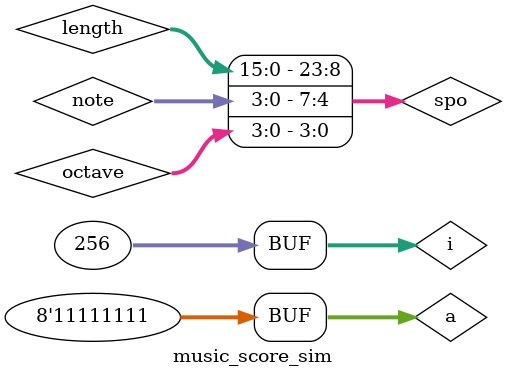
<source format=v>
`timescale 1ns / 1ps


module music_score_sim;

	// Inputs
	reg [7:0] a;
	reg [15:0] length;
	reg [3:0] note;
	reg [3:0] octave;

	// Outputs
	wire [23:0] spo;

	// Instantiate the Unit Under Test (UUT)
	music_score uut (
		.a(a), 
		.spo(spo)
	);

	integer i;
	initial begin
		// Initialize Inputs
		a = 0;

		// Wait 100 ns for global reset to finish
		#100;
        
		// Add stimulus here
		for(i = 0;i<256;i = i + 1)begin
			#20 a = i;
			{length, note, octave} = spo;
		end
	end
      
endmodule


</source>
